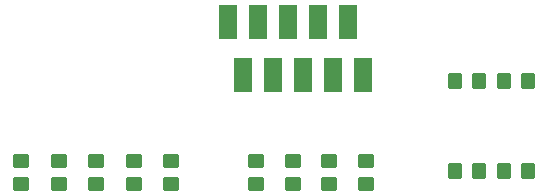
<source format=gtp>
G04 #@! TF.GenerationSoftware,KiCad,Pcbnew,9.0.0*
G04 #@! TF.CreationDate,2025-08-15T17:42:36+05:30*
G04 #@! TF.ProjectId,MAKEEN_Keypad_Test_PCB,4d414b45-454e-45f4-9b65-797061645f54,V1*
G04 #@! TF.SameCoordinates,Original*
G04 #@! TF.FileFunction,Paste,Top*
G04 #@! TF.FilePolarity,Positive*
%FSLAX46Y46*%
G04 Gerber Fmt 4.6, Leading zero omitted, Abs format (unit mm)*
G04 Created by KiCad (PCBNEW 9.0.0) date 2025-08-15 17:42:36*
%MOMM*%
%LPD*%
G01*
G04 APERTURE LIST*
G04 Aperture macros list*
%AMRoundRect*
0 Rectangle with rounded corners*
0 $1 Rounding radius*
0 $2 $3 $4 $5 $6 $7 $8 $9 X,Y pos of 4 corners*
0 Add a 4 corners polygon primitive as box body*
4,1,4,$2,$3,$4,$5,$6,$7,$8,$9,$2,$3,0*
0 Add four circle primitives for the rounded corners*
1,1,$1+$1,$2,$3*
1,1,$1+$1,$4,$5*
1,1,$1+$1,$6,$7*
1,1,$1+$1,$8,$9*
0 Add four rect primitives between the rounded corners*
20,1,$1+$1,$2,$3,$4,$5,0*
20,1,$1+$1,$4,$5,$6,$7,0*
20,1,$1+$1,$6,$7,$8,$9,0*
20,1,$1+$1,$8,$9,$2,$3,0*%
G04 Aperture macros list end*
%ADD10RoundRect,0.250000X-0.350000X-0.450000X0.350000X-0.450000X0.350000X0.450000X-0.350000X0.450000X0*%
%ADD11RoundRect,0.250000X0.450000X-0.350000X0.450000X0.350000X-0.450000X0.350000X-0.450000X-0.350000X0*%
%ADD12R,1.500000X3.000000*%
G04 APERTURE END LIST*
D10*
X161660000Y-72610000D03*
X163660000Y-72610000D03*
D11*
X123942500Y-73750000D03*
X123942500Y-71750000D03*
X133445000Y-73750000D03*
X133445000Y-71750000D03*
D10*
X161660000Y-64990000D03*
X163660000Y-64990000D03*
X157510000Y-64990000D03*
X159510000Y-64990000D03*
D11*
X146865000Y-73750000D03*
X146865000Y-71750000D03*
X143775000Y-73750000D03*
X143775000Y-71750000D03*
X149955000Y-73750000D03*
X149955000Y-71750000D03*
D12*
X138275000Y-60000000D03*
X139545000Y-64500000D03*
X140815000Y-60000000D03*
X142085000Y-64500000D03*
X143355000Y-60000000D03*
X144625000Y-64500000D03*
X145895000Y-60000000D03*
X147165000Y-64500000D03*
X148435000Y-60000000D03*
X149705000Y-64500000D03*
D10*
X157510000Y-72610000D03*
X159510000Y-72610000D03*
D11*
X120775000Y-73750000D03*
X120775000Y-71750000D03*
X127110000Y-73750000D03*
X127110000Y-71750000D03*
X140685000Y-73750000D03*
X140685000Y-71750000D03*
X130277500Y-73750000D03*
X130277500Y-71750000D03*
M02*

</source>
